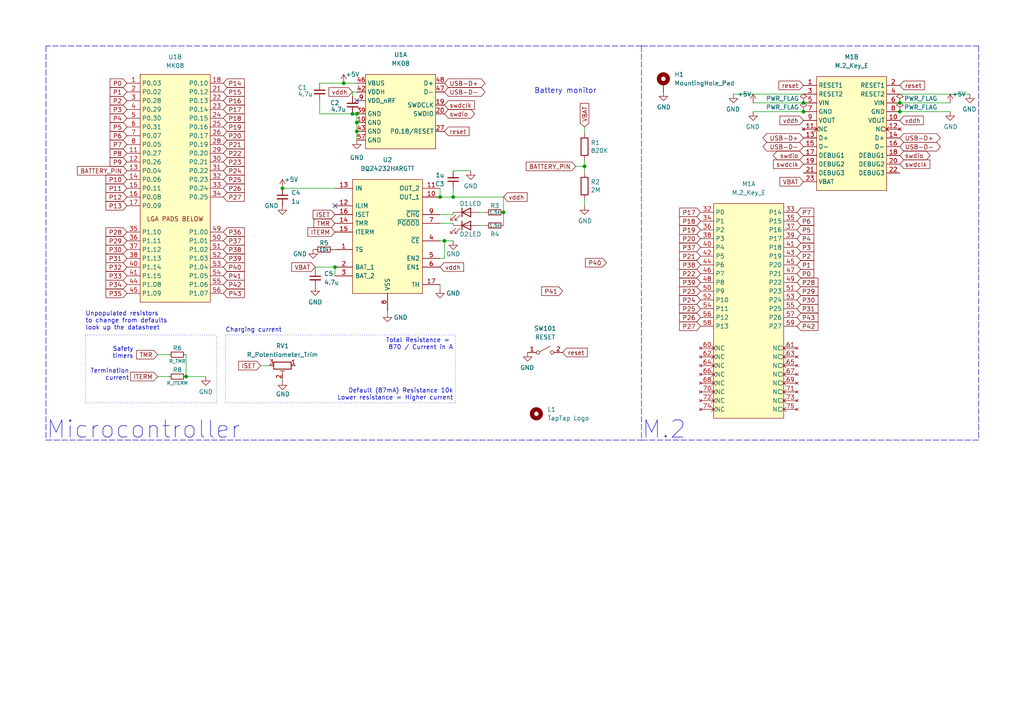
<source format=kicad_sch>
(kicad_sch (version 20211123) (generator eeschema)
  (paper "A4")
  (title_block (title "nRF Module") (date "2022-03-26") (rev "1") (company "TapTap"))
  (lib_symbols
    (symbol "Device:C_Small" (pin_numbers hide) (pin_names (offset 0.254) hide)
      (property "Reference" "C" (at 0.254 1.778 0))
      (property "Value" "C_Small" (at 0.254 -2.032 0))
      (symbol "C_Small_0_1"
        (polyline (pts (xy -1.524 -0.508) (xy 1.524 -0.508)) (stroke (width 0.3302)))
        (polyline (pts (xy -1.524 0.508) (xy 1.524 0.508)) (stroke (width 0.3048)))
      )
      (symbol "C_Small_1_1"
        (pin passive line (at 0 2.54 270) (length 2.032) (name "~") (number "1"))
        (pin passive line (at 0 -2.54 90) (length 2.032) (name "~") (number "2"))
      )
    )
    (symbol "Device:LED" (pin_numbers hide) (pin_names (offset 1.016) hide)
      (property "Reference" "D" (at 0 2.54 0))
      (property "Value" "LED" (at 0 -2.54 0))
      (symbol "LED_0_1"
        (polyline (pts (xy -1.27 -1.27) (xy -1.27 1.27)) (stroke (width 0.254)))
        (polyline (pts (xy -1.27 0) (xy 1.27 0)))
        (polyline (pts (xy 1.27 -1.27) (xy 1.27 1.27) (xy -1.27 0) (xy 1.27 -1.27)) (stroke (width 0.254)))
        (polyline (pts (xy -3.048 -0.762) (xy -4.572 -2.286) (xy -3.81 -2.286) (xy -4.572 -2.286) (xy -4.572 -1.524)))
        (polyline (pts (xy -1.778 -0.762) (xy -3.302 -2.286) (xy -2.54 -2.286) (xy -3.302 -2.286) (xy -3.302 -1.524)))
      )
      (symbol "LED_1_1"
        (pin passive line (at -3.81 0 0) (length 2.54) (name "K") (number "1"))
        (pin passive line (at 3.81 0 180) (length 2.54) (name "A") (number "2"))
      )
    )
    (symbol "Device:R" (pin_numbers hide) (pin_names (offset 0))
      (property "Reference" "R" (at 2.032 0 90))
      (property "Value" "R" (at 0 0 90))
      (symbol "R_0_1"
        (rectangle (start -1.016 -2.54) (end 1.016 2.54) (stroke (width 0.254)))
      )
      (symbol "R_1_1"
        (pin passive line (at 0 3.81 270) (length 1.27) (name "~") (number "1"))
        (pin passive line (at 0 -3.81 90) (length 1.27) (name "~") (number "2"))
      )
    )
    (symbol "Device:R_Potentiometer_Trim" (pin_names (offset 1.016) hide)
      (property "Reference" "RV" (at -4.445 0 90))
      (property "Value" "R_Potentiometer_Trim" (at -2.54 0 90))
      (symbol "R_Potentiometer_Trim_0_1"
        (polyline (pts (xy 1.524 0.762) (xy 1.524 -0.762)))
        (polyline (pts (xy 2.54 0) (xy 1.524 0)))
        (rectangle (start 1.016 2.54) (end -1.016 -2.54) (stroke (width 0.254)))
      )
      (symbol "R_Potentiometer_Trim_1_1"
        (pin passive line (at 0 3.81 270) (length 1.27) (name "1") (number "1"))
        (pin passive line (at 3.81 0 180) (length 1.27) (name "2") (number "2"))
        (pin passive line (at 0 -3.81 90) (length 1.27) (name "3") (number "3"))
      )
    )
    (symbol "Device:R_Small" (pin_numbers hide) (pin_names (offset 0.254) hide)
      (property "Reference" "R" (at 0.762 0.508 0))
      (property "Value" "R_Small" (at 0.762 -1.016 0))
      (symbol "R_Small_0_1"
        (rectangle (start -0.762 1.778) (end 0.762 -1.778) (stroke (width 0.2032)))
      )
      (symbol "R_Small_1_1"
        (pin passive line (at 0 2.54 270) (length 0.762) (name "~") (number "1"))
        (pin passive line (at 0 -2.54 90) (length 0.762) (name "~") (number "2"))
      )
    )
    (symbol "M.2_Key_E_1"
      (property "Reference" "M?" (at 0 5.08 0))
      (property "Value" "M.2_Key_E_1" (at 0 2.54 0))
      (symbol "M.2_Key_E_1_1_1"
        (rectangle (start -10.16 0) (end 10.16 -62.23) (stroke (width 0.1524)) (fill (type background)))
        (pin bidirectional line (at -13.97 -2.54 0) (length 3.81) (name "P0") (number "32"))
        (pin bidirectional line (at 13.97 -2.54 180) (length 3.81) (name "P14") (number "33"))
        (pin bidirectional line (at -13.97 -5.08 0) (length 3.81) (name "P1") (number "34"))
        (pin bidirectional line (at 13.97 -5.08 180) (length 3.81) (name "P15") (number "35"))
        (pin bidirectional line (at -13.97 -7.62 0) (length 3.81) (name "P2") (number "36"))
        (pin bidirectional line (at 13.97 -7.62 180) (length 3.81) (name "P16") (number "37"))
        (pin bidirectional line (at -13.97 -10.16 0) (length 3.81) (name "P3") (number "38"))
        (pin bidirectional line (at 13.97 -10.16 180) (length 3.81) (name "P17") (number "39"))
        (pin bidirectional line (at -13.97 -12.7 0) (length 3.81) (name "P4") (number "40"))
        (pin bidirectional line (at 13.97 -12.7 180) (length 3.81) (name "P18") (number "41"))
        (pin bidirectional line (at -13.97 -15.24 0) (length 3.81) (name "P5") (number "42"))
        (pin bidirectional line (at 13.97 -15.24 180) (length 3.81) (name "P19") (number "43"))
        (pin bidirectional line (at -13.97 -17.78 0) (length 3.81) (name "P6") (number "44"))
        (pin bidirectional line (at 13.97 -17.78 180) (length 3.81) (name "P20") (number "45"))
        (pin bidirectional line (at -13.97 -20.32 0) (length 3.81) (name "P7") (number "46"))
        (pin bidirectional line (at 13.97 -20.32 180) (length 3.81) (name "P21") (number "47"))
        (pin bidirectional line (at -13.97 -22.86 0) (length 3.81) (name "P8") (number "48"))
        (pin bidirectional line (at 13.97 -22.86 180) (length 3.81) (name "P22") (number "49"))
        (pin bidirectional line (at -13.97 -25.4 0) (length 3.81) (name "P9") (number "50"))
        (pin bidirectional line (at 13.97 -25.4 180) (length 3.81) (name "P23") (number "51"))
        (pin bidirectional line (at -13.97 -27.94 0) (length 3.81) (name "P10") (number "52"))
        (pin bidirectional line (at 13.97 -27.94 180) (length 3.81) (name "P24") (number "53"))
        (pin bidirectional line (at -13.97 -30.48 0) (length 3.81) (name "P11") (number "54"))
        (pin bidirectional line (at 13.97 -30.48 180) (length 3.81) (name "P25") (number "55"))
        (pin bidirectional line (at -13.97 -33.02 0) (length 3.81) (name "P12") (number "56"))
        (pin bidirectional line (at 13.97 -33.02 180) (length 3.81) (name "P26") (number "57"))
        (pin bidirectional line (at -13.97 -35.56 0) (length 3.81) (name "P13") (number "58"))
        (pin bidirectional line (at 13.97 -35.56 180) (length 3.81) (name "P27") (number "59"))
        (pin no_connect non_logic (at -13.97 -41.91 0) (length 3.81) (name "NC") (number "60"))
        (pin no_connect non_logic (at 13.97 -41.91 180) (length 3.81) (name "NC") (number "61"))
        (pin no_connect non_logic (at -13.97 -44.45 0) (length 3.81) (name "NC") (number "62"))
        (pin no_connect non_logic (at 13.97 -44.45 180) (length 3.81) (name "NC") (number "63"))
        (pin no_connect non_logic (at -13.97 -46.99 0) (length 3.81) (name "NC") (number "64"))
        (pin no_connect non_logic (at 13.97 -46.99 180) (length 3.81) (name "NC") (number "65"))
        (pin no_connect non_logic (at -13.97 -49.53 0) (length 3.81) (name "NC") (number "66"))
        (pin no_connect non_logic (at 13.97 -49.53 180) (length 3.81) (name "NC") (number "67"))
        (pin no_connect non_logic (at -13.97 -52.07 0) (length 3.81) (name "NC") (number "68"))
        (pin no_connect non_logic (at 13.97 -52.07 180) (length 3.81) (name "NC") (number "69"))
        (pin no_connect non_logic (at -13.97 -54.61 0) (length 3.81) (name "NC") (number "70"))
        (pin no_connect non_logic (at 13.97 -54.61 180) (length 3.81) (name "NC") (number "71"))
        (pin no_connect non_logic (at -13.97 -57.15 0) (length 3.81) (name "NC") (number "72"))
        (pin no_connect non_logic (at 13.97 -57.15 180) (length 3.81) (name "NC") (number "73"))
        (pin no_connect non_logic (at -13.97 -59.69 0) (length 3.81) (name "NC") (number "74"))
        (pin no_connect non_logic (at 13.97 -59.69 180) (length 3.81) (name "NC") (number "75"))
      )
      (symbol "M.2_Key_E_1_2_1"
        (rectangle (start -10.16 0) (end 10.16 -33.02) (stroke (width 0.1524)) (fill (type background)))
        (pin input line (at -13.97 -2.54 0) (length 3.81) (name "RESET1") (number "1"))
        (pin power_out line (at 13.97 -12.7 180) (length 3.81) (name "VOUT") (number "10"))
        (pin no_connect non_logic (at -13.97 -15.24 0) (length 3.81) (name "NC") (number "11"))
        (pin no_connect non_logic (at 13.97 -15.24 180) (length 3.81) (name "NC") (number "12"))
        (pin bidirectional line (at -13.97 -17.78 0) (length 3.81) (name "D+") (number "13"))
        (pin bidirectional line (at 13.97 -17.78 180) (length 3.81) (name "D+") (number "14"))
        (pin bidirectional line (at -13.97 -20.32 0) (length 3.81) (name "D-") (number "15"))
        (pin bidirectional line (at 13.97 -20.32 180) (length 3.81) (name "D-") (number "16"))
        (pin bidirectional line (at -13.97 -22.86 0) (length 3.81) (name "DEBUG1") (number "17"))
        (pin bidirectional line (at 13.97 -22.86 180) (length 3.81) (name "DEBUG1") (number "18"))
        (pin bidirectional line (at -13.97 -25.4 0) (length 3.81) (name "DEBUG2") (number "19"))
        (pin input line (at 13.97 -2.54 180) (length 3.81) (name "RESET1") (number "2"))
        (pin bidirectional line (at 13.97 -25.4 180) (length 3.81) (name "DEBUG2") (number "20"))
        (pin bidirectional line (at -13.97 -27.94 0) (length 3.81) (name "DEBUG3") (number "21"))
        (pin bidirectional line (at 13.97 -27.94 180) (length 3.81) (name "DEBUG3") (number "22"))
        (pin power_in line (at -13.97 -30.48 0) (length 3.81) (name "VBAT") (number "23"))
        (pin output line (at -13.97 -5.08 0) (length 3.81) (name "RESET2") (number "3"))
        (pin output line (at 13.97 -5.08 180) (length 3.81) (name "RESET2") (number "4"))
        (pin power_in line (at -13.97 -7.62 0) (length 3.81) (name "VIN") (number "5"))
        (pin power_in line (at 13.97 -7.62 180) (length 3.81) (name "VIN") (number "6"))
        (pin power_in line (at -13.97 -10.16 0) (length 3.81) (name "GND") (number "7"))
        (pin power_in line (at 13.97 -10.16 180) (length 3.81) (name "GND") (number "8"))
        (pin power_out line (at -13.97 -12.7 0) (length 3.81) (name "VOUT") (number "9"))
      )
    )
    (symbol "Mechanical:MountingHole" (pin_names (offset 1.016))
      (property "Reference" "H" (at 0 5.08 0))
      (property "Value" "MountingHole" (at 0 3.175 0))
      (symbol "MountingHole_0_1"
        (circle (center 0 0) (radius 1.27) (stroke (width 1.27)))
      )
    )
    (symbol "Mechanical:MountingHole_Pad" (pin_numbers hide) (pin_names (offset 1.016) hide)
      (property "Reference" "H" (at 0 6.35 0))
      (property "Value" "MountingHole_Pad" (at 0 4.445 0))
      (symbol "MountingHole_Pad_0_1"
        (circle (center 0 1.27) (radius 1.27) (stroke (width 1.27)))
      )
      (symbol "MountingHole_Pad_1_1"
        (pin input line (at 0 -2.54 90) (length 2.54) (name "1") (number "1"))
      )
    )
    (symbol "Power:GND" (power) (pin_names (offset 0))
      (property "Value" "GND" (at 0 -3.81 0))
      (symbol "GND_0_1"
        (polyline (pts (xy 0 0) (xy 0 -1.27) (xy 1.27 -1.27) (xy 0 -2.54) (xy -1.27 -1.27) (xy 0 -1.27)))
      )
      (symbol "GND_1_1"
        (pin power_in line (at 0 0 270) (length 0) hide (name "GND") (number "1"))
      )
    )
    (symbol "Switch:SW_SPST" (pin_names (offset 0) hide)
      (property "Reference" "SW" (at 0 3.175 0))
      (property "Value" "SW_SPST" (at 0 -2.54 0))
      (symbol "SW_SPST_0_0"
        (circle (center -2.032 0) (radius 0.508))
        (polyline (pts (xy -1.524 0.254) (xy 1.524 1.778)))
        (circle (center 2.032 0) (radius 0.508))
      )
      (symbol "SW_SPST_1_1"
        (pin passive line (at -5.08 0 0) (length 2.54) (name "A") (number "1"))
        (pin passive line (at 5.08 0 180) (length 2.54) (name "B") (number "2"))
      )
    )
    (symbol "TI:BQ24232HARGTT" (pin_names (offset 0.762))
      (property "Reference" "U?" (at 11.43 16.51 0))
      (property "Value" "BQ24232HARGTT" (at 11.43 13.97 0))
      (symbol "BQ24232HARGTT_0_0"
        (pin passive line (at -15.24 -8.89 0) (length 5.08) (name "TS") (number "1"))
        (pin passive line (at 15.24 6.35 180) (length 5.08) (name "OUT_1") (number "10"))
        (pin passive line (at 15.24 8.89 180) (length 5.08) (name "OUT_2") (number "11"))
        (pin passive line (at -15.24 3.81 0) (length 5.08) (name "ILIM") (number "12"))
        (pin passive line (at -15.24 8.89 0) (length 5.08) (name "IN") (number "13"))
        (pin passive line (at -15.24 -1.27 0) (length 5.08) (name "TMR") (number "14"))
        (pin passive line (at -15.24 -3.81 0) (length 5.08) (name "ITERM") (number "15"))
        (pin passive line (at -15.24 1.27 0) (length 5.08) (name "ISET") (number "16"))
        (pin passive line (at 15.24 -19.05 180) (length 5.08) (name "TH") (number "17"))
        (pin passive line (at -15.24 -13.97 0) (length 5.08) (name "BAT_1") (number "2"))
        (pin passive line (at -15.24 -16.51 0) (length 5.08) (name "BAT_2") (number "3"))
        (pin passive line (at 15.24 -6.35 180) (length 5.08) (name "~{CE}") (number "4"))
        (pin passive line (at 15.24 -11.43 180) (length 5.08) (name "EN2") (number "5"))
        (pin passive line (at 15.24 -13.97 180) (length 5.08) (name "EN1") (number "6"))
        (pin passive line (at 15.24 -1.27 180) (length 5.08) (name "~{PGOOD}") (number "7"))
        (pin passive line (at 0 -26.67 90) (length 5.08) (name "VSS") (number "8"))
        (pin passive line (at 15.24 1.27 180) (length 5.08) (name "~{CHG}") (number "9"))
      )
      (symbol "BQ24232HARGTT_0_1"
        (rectangle (start -10.16 11.43) (end 10.16 -21.59) (stroke (width 0.1524)) (fill (type background)))
      )
    )
    (symbol "m2ngff:M.2_Key_E"
      (property "Reference" "M?" (at 0 5.08 0))
      (property "Value" "M.2_Key_E" (at 0 2.54 0))
      (symbol "M.2_Key_E_1_1"
        (rectangle (start -10.16 0) (end 10.16 -62.23) (stroke (width 0.1524)) (fill (type background)))
        (pin bidirectional line (at -13.97 -2.54 0) (length 3.81) (name "P0") (number "32"))
        (pin bidirectional line (at 13.97 -2.54 180) (length 3.81) (name "P14") (number "33"))
        (pin bidirectional line (at -13.97 -5.08 0) (length 3.81) (name "P1") (number "34"))
        (pin bidirectional line (at 13.97 -5.08 180) (length 3.81) (name "P15") (number "35"))
        (pin bidirectional line (at -13.97 -7.62 0) (length 3.81) (name "P2") (number "36"))
        (pin bidirectional line (at 13.97 -7.62 180) (length 3.81) (name "P16") (number "37"))
        (pin bidirectional line (at -13.97 -10.16 0) (length 3.81) (name "P3") (number "38"))
        (pin bidirectional line (at 13.97 -10.16 180) (length 3.81) (name "P17") (number "39"))
        (pin bidirectional line (at -13.97 -12.7 0) (length 3.81) (name "P4") (number "40"))
        (pin bidirectional line (at 13.97 -12.7 180) (length 3.81) (name "P18") (number "41"))
        (pin bidirectional line (at -13.97 -15.24 0) (length 3.81) (name "P5") (number "42"))
        (pin bidirectional line (at 13.97 -15.24 180) (length 3.81) (name "P19") (number "43"))
        (pin bidirectional line (at -13.97 -17.78 0) (length 3.81) (name "P6") (number "44"))
        (pin bidirectional line (at 13.97 -17.78 180) (length 3.81) (name "P20") (number "45"))
        (pin bidirectional line (at -13.97 -20.32 0) (length 3.81) (name "P7") (number "46"))
        (pin bidirectional line (at 13.97 -20.32 180) (length 3.81) (name "P21") (number "47"))
        (pin bidirectional line (at -13.97 -22.86 0) (length 3.81) (name "P8") (number "48"))
        (pin bidirectional line (at 13.97 -22.86 180) (length 3.81) (name "P22") (number "49"))
        (pin bidirectional line (at -13.97 -25.4 0) (length 3.81) (name "P9") (number "50"))
        (pin bidirectional line (at 13.97 -25.4 180) (length 3.81) (name "P23") (number "51"))
        (pin bidirectional line (at -13.97 -27.94 0) (length 3.81) (name "P10") (number "52"))
        (pin bidirectional line (at 13.97 -27.94 180) (length 3.81) (name "P24") (number "53"))
        (pin bidirectional line (at -13.97 -30.48 0) (length 3.81) (name "P11") (number "54"))
        (pin bidirectional line (at 13.97 -30.48 180) (length 3.81) (name "P25") (number "55"))
        (pin bidirectional line (at -13.97 -33.02 0) (length 3.81) (name "P12") (number "56"))
        (pin bidirectional line (at 13.97 -33.02 180) (length 3.81) (name "P26") (number "57"))
        (pin bidirectional line (at -13.97 -35.56 0) (length 3.81) (name "P13") (number "58"))
        (pin bidirectional line (at 13.97 -35.56 180) (length 3.81) (name "P27") (number "59"))
        (pin no_connect non_logic (at -13.97 -41.91 0) (length 3.81) (name "NC") (number "60"))
        (pin no_connect non_logic (at 13.97 -41.91 180) (length 3.81) (name "NC") (number "61"))
        (pin no_connect non_logic (at -13.97 -44.45 0) (length 3.81) (name "NC") (number "62"))
        (pin no_connect non_logic (at 13.97 -44.45 180) (length 3.81) (name "NC") (number "63"))
        (pin no_connect non_logic (at -13.97 -46.99 0) (length 3.81) (name "NC") (number "64"))
        (pin no_connect non_logic (at 13.97 -46.99 180) (length 3.81) (name "NC") (number "65"))
        (pin no_connect non_logic (at -13.97 -49.53 0) (length 3.81) (name "NC") (number "66"))
        (pin no_connect non_logic (at 13.97 -49.53 180) (length 3.81) (name "NC") (number "67"))
        (pin no_connect non_logic (at -13.97 -52.07 0) (length 3.81) (name "NC") (number "68"))
        (pin no_connect non_logic (at 13.97 -52.07 180) (length 3.81) (name "NC") (number "69"))
        (pin no_connect non_logic (at -13.97 -54.61 0) (length 3.81) (name "NC") (number "70"))
        (pin no_connect non_logic (at 13.97 -54.61 180) (length 3.81) (name "NC") (number "71"))
        (pin no_connect non_logic (at -13.97 -57.15 0) (length 3.81) (name "NC") (number "72"))
        (pin no_connect non_logic (at 13.97 -57.15 180) (length 3.81) (name "NC") (number "73"))
        (pin no_connect non_logic (at -13.97 -59.69 0) (length 3.81) (name "NC") (number "74"))
        (pin no_connect non_logic (at 13.97 -59.69 180) (length 3.81) (name "NC") (number "75"))
      )
      (symbol "M.2_Key_E_2_1"
        (rectangle (start -10.16 0) (end 10.16 -33.02) (stroke (width 0.1524)) (fill (type background)))
        (pin input line (at -13.97 -2.54 0) (length 3.81) (name "RESET1") (number "1"))
        (pin power_out line (at 13.97 -12.7 180) (length 3.81) (name "VOUT") (number "10"))
        (pin no_connect non_logic (at -13.97 -15.24 0) (length 3.81) (name "NC") (number "11"))
        (pin no_connect non_logic (at 13.97 -15.24 180) (length 3.81) (name "NC") (number "12"))
        (pin bidirectional line (at -13.97 -17.78 0) (length 3.81) (name "D+") (number "13"))
        (pin bidirectional line (at 13.97 -17.78 180) (length 3.81) (name "D+") (number "14"))
        (pin bidirectional line (at -13.97 -20.32 0) (length 3.81) (name "D-") (number "15"))
        (pin bidirectional line (at 13.97 -20.32 180) (length 3.81) (name "D-") (number "16"))
        (pin bidirectional line (at -13.97 -22.86 0) (length 3.81) (name "DEBUG1") (number "17"))
        (pin bidirectional line (at 13.97 -22.86 180) (length 3.81) (name "DEBUG1") (number "18"))
        (pin bidirectional line (at -13.97 -25.4 0) (length 3.81) (name "DEBUG2") (number "19"))
        (pin input line (at 13.97 -2.54 180) (length 3.81) (name "RESET1") (number "2"))
        (pin bidirectional line (at 13.97 -25.4 180) (length 3.81) (name "DEBUG2") (number "20"))
        (pin bidirectional line (at -13.97 -27.94 0) (length 3.81) (name "DEBUG3") (number "21"))
        (pin bidirectional line (at 13.97 -27.94 180) (length 3.81) (name "DEBUG3") (number "22"))
        (pin input line (at -13.97 -30.48 0) (length 3.81) (name "VBAT") (number "23"))
        (pin output line (at -13.97 -5.08 0) (length 3.81) (name "RESET2") (number "3"))
        (pin output line (at 13.97 -5.08 180) (length 3.81) (name "RESET2") (number "4"))
        (pin power_in line (at -13.97 -7.62 0) (length 3.81) (name "VIN") (number "5"))
        (pin power_in line (at 13.97 -7.62 180) (length 3.81) (name "VIN") (number "6"))
        (pin power_in line (at -13.97 -10.16 0) (length 3.81) (name "GND") (number "7"))
        (pin power_in line (at 13.97 -10.16 180) (length 3.81) (name "GND") (number "8"))
        (pin power_out line (at -13.97 -12.7 0) (length 3.81) (name "VOUT") (number "9"))
      )
    )
    (symbol "moko:MK08"
      (property "Reference" "U" (at 0 3.81 0))
      (property "Value" "MK08" (at 0 1.27 0))
      (symbol "MK08_1_1"
        (rectangle (start -10.16 0) (end 10.16 -21.59) (stroke (width 0.1524)) (fill (type background)))
        (pin power_in line (at -12.7 -13.97 0) (length 2.54) (name "GND") (number "10"))
        (pin output line (at 12.7 -8.89 180) (length 2.54) (name "SWDCLK") (number "19"))
        (pin bidirectional line (at 12.7 -11.43 180) (length 2.54) (name "SWDIO") (number "20"))
        (pin input line (at 12.7 -16.51 180) (length 2.54) (name "P0.18/RESET") (number "27"))
        (pin power_in line (at -12.7 -11.43 0) (length 2.54) (name "GND") (number "39"))
        (pin power_in line (at -12.7 -5.08 0) (length 2.54) (name "VDDH") (number "42"))
        (pin power_in line (at -12.7 -16.51 0) (length 2.54) (name "GND") (number "43"))
        (pin power_in line (at -12.7 -2.54 0) (length 2.54) (name "VBUS") (number "46"))
        (pin bidirectional line (at 12.7 -5.08 180) (length 2.54) (name "D-") (number "47"))
        (pin bidirectional line (at 12.7 -2.54 180) (length 2.54) (name "D+") (number "48"))
        (pin power_in line (at -12.7 -19.05 0) (length 2.54) (name "GND") (number "57"))
        (pin power_out line (at -12.7 -7.62 0) (length 2.54) (name "VDD_nRF") (number "9"))
      )
      (symbol "MK08_2_1"
        (rectangle (start -10.16 0) (end 10.16 -66.04) (stroke (width 0.1524)) (fill (type background)))
        (text "LGA PADS BELOW" (at 0 -41.91 0) (effects (font (size 1.27 1.27))))
        (pin bidirectional line (at -13.97 -2.54 0) (length 3.81) (name "P0.03") (number "1"))
        (pin bidirectional line (at -13.97 -22.86 0) (length 3.81) (name "P0.27") (number "11"))
        (pin bidirectional line (at -13.97 -25.4 0) (length 3.81) (name "P0.26") (number "12"))
        (pin bidirectional line (at -13.97 -27.94 0) (length 3.81) (name "P0.04") (number "13"))
        (pin bidirectional line (at -13.97 -30.48 0) (length 3.81) (name "P0.06") (number "14"))
        (pin bidirectional line (at -13.97 -33.02 0) (length 3.81) (name "P0.11") (number "15"))
        (pin bidirectional line (at -13.97 -35.56 0) (length 3.81) (name "P0.08") (number "16"))
        (pin bidirectional line (at -13.97 -38.1 0) (length 3.81) (name "P0.09") (number "17"))
        (pin bidirectional line (at 13.97 -2.54 180) (length 3.81) (name "P0.10") (number "18"))
        (pin bidirectional line (at -13.97 -5.08 0) (length 3.81) (name "P0.02") (number "2"))
        (pin bidirectional line (at 13.97 -5.08 180) (length 3.81) (name "P0.12") (number "21"))
        (pin bidirectional line (at 13.97 -7.62 180) (length 3.81) (name "P0.13") (number "22"))
        (pin bidirectional line (at 13.97 -10.16 180) (length 3.81) (name "P0.14") (number "23"))
        (pin bidirectional line (at 13.97 -12.7 180) (length 3.81) (name "P0.15") (number "24"))
        (pin bidirectional line (at 13.97 -15.24 180) (length 3.81) (name "P0.16") (number "25"))
        (pin bidirectional line (at 13.97 -17.78 180) (length 3.81) (name "P0.17") (number "26"))
        (pin bidirectional line (at 13.97 -20.32 180) (length 3.81) (name "P0.19") (number "28"))
        (pin bidirectional line (at 13.97 -22.86 180) (length 3.81) (name "P0.20") (number "29"))
        (pin bidirectional line (at -13.97 -7.62 0) (length 3.81) (name "P0.28") (number "3"))
        (pin bidirectional line (at 13.97 -25.4 180) (length 3.81) (name "P0.21") (number "30"))
        (pin bidirectional line (at 13.97 -27.94 180) (length 3.81) (name "P0.22") (number "31"))
        (pin bidirectional line (at 13.97 -30.48 180) (length 3.81) (name "P0.23") (number "32"))
        (pin bidirectional line (at 13.97 -33.02 180) (length 3.81) (name "P0.24") (number "33"))
        (pin bidirectional line (at 13.97 -35.56 180) (length 3.81) (name "P0.25") (number "34"))
        (pin bidirectional line (at -13.97 -45.72 0) (length 3.81) (name "P1.10") (number "35"))
        (pin bidirectional line (at -13.97 -48.26 0) (length 3.81) (name "P1.11") (number "36"))
        (pin bidirectional line (at -13.97 -50.8 0) (length 3.81) (name "P1.12") (number "37"))
        (pin bidirectional line (at -13.97 -53.34 0) (length 3.81) (name "P1.13") (number "38"))
        (pin bidirectional line (at -13.97 -10.16 0) (length 3.81) (name "P0.29") (number "4"))
        (pin bidirectional line (at -13.97 -55.88 0) (length 3.81) (name "P1.14") (number "40"))
        (pin bidirectional line (at -13.97 -58.42 0) (length 3.81) (name "P1.15") (number "41"))
        (pin bidirectional line (at -13.97 -60.96 0) (length 3.81) (name "P1.08") (number "44"))
        (pin bidirectional line (at -13.97 -63.5 0) (length 3.81) (name "P1.09") (number "45"))
        (pin bidirectional line (at 13.97 -45.72 180) (length 3.81) (name "P1.00") (number "49"))
        (pin bidirectional line (at -13.97 -12.7 0) (length 3.81) (name "P0.30") (number "5"))
        (pin bidirectional line (at 13.97 -48.26 180) (length 3.81) (name "P1.01") (number "50"))
        (pin bidirectional line (at 13.97 -50.8 180) (length 3.81) (name "P1.02") (number "51"))
        (pin bidirectional line (at 13.97 -53.34 180) (length 3.81) (name "P1.03") (number "52"))
        (pin bidirectional line (at 13.97 -55.88 180) (length 3.81) (name "P1.04") (number "53"))
        (pin bidirectional line (at 13.97 -58.42 180) (length 3.81) (name "P1.05") (number "54"))
        (pin bidirectional line (at 13.97 -60.96 180) (length 3.81) (name "P1.06") (number "55"))
        (pin bidirectional line (at 13.97 -63.5 180) (length 3.81) (name "P1.07") (number "56"))
        (pin bidirectional line (at -13.97 -15.24 0) (length 3.81) (name "P0.31") (number "6"))
        (pin bidirectional line (at -13.97 -17.78 0) (length 3.81) (name "P0.07") (number "7"))
        (pin bidirectional line (at -13.97 -20.32 0) (length 3.81) (name "P0.05") (number "8"))
      )
    )
    (symbol "nrfmicro-rescue:GND" (power) (pin_names (offset 0))
      (property "Value" "GND" (at 0 -3.81 0))
      (symbol "GND_0_1"
        (polyline (pts (xy 0 0) (xy 0 -1.27) (xy 1.27 -1.27) (xy 0 -2.54) (xy -1.27 -1.27) (xy 0 -1.27)))
      )
      (symbol "GND_1_1"
        (pin power_in line (at 0 0 270) (length 0) hide (name "GND") (number "1"))
      )
    )
    (symbol "power:+5V" (power) (pin_names (offset 0))
      (property "Value" "+5V" (at 0 3.556 0))
      (symbol "+5V_0_1"
        (polyline (pts (xy -0.762 1.27) (xy 0 2.54)))
        (polyline (pts (xy 0 0) (xy 0 2.54)))
        (polyline (pts (xy 0 2.54) (xy 0.762 1.27)))
      )
      (symbol "+5V_1_1"
        (pin power_in line (at 0 0 90) (length 0) hide (name "+5V") (number "1"))
      )
    )
    (symbol "power:GND" (power) (pin_names (offset 0))
      (property "Value" "GND" (at 0 -3.81 0))
      (symbol "GND_0_1"
        (polyline (pts (xy 0 0) (xy 0 -1.27) (xy 1.27 -1.27) (xy 0 -2.54) (xy -1.27 -1.27) (xy 0 -1.27)))
      )
      (symbol "GND_1_1"
        (pin power_in line (at 0 0 270) (length 0) hide (name "GND") (number "1"))
      )
    )
    (symbol "power:PWR_FLAG" (power) (pin_numbers hide) (pin_names (offset 0) hide)
      (property "Value" "PWR_FLAG" (at 0 3.81 0))
      (symbol "PWR_FLAG_0_0"
        (pin power_out line (at 0 0 90) (length 0) (name "pwr") (number "1"))
      )
      (symbol "PWR_FLAG_0_1"
        (polyline (pts (xy 0 0) (xy 0 1.27) (xy -1.016 1.905) (xy 0 2.54) (xy 1.016 1.905) (xy 0 1.27)))
      )
    )
  )
  (junction (at 260.985 32.385))
  (junction (at 146.05 61.595))
  (junction (at 103.505 38.1))
  (junction (at 103.505 33.02))
  (junction (at 102.235 33.02))
  (junction (at 53.975 109.22))
  (junction (at 233.045 29.845))
  (junction (at 103.505 35.56))
  (junction (at 81.915 54.61))
  (junction (at 128.905 69.85))
  (junction (at 233.045 32.385))
  (junction (at 260.985 29.845))
  (junction (at 169.545 48.26))
  (junction (at 131.445 57.15))
  (junction (at 97.155 77.47))
  (junction (at 127.635 57.15))
  (junction (at 99.695 24.13))
  (no_connect (at 103.505 29.21))
  (no_connect (at 97.155 59.69))
  (wire (pts (xy 53.975 102.87) (xy 53.975 109.22)))
  (wire (pts (xy 128.905 69.85) (xy 131.445 69.85)))
  (wire (pts (xy 127.635 64.77) (xy 131.445 64.77)))
  (wire (pts (xy 53.975 109.22) (xy 59.69 109.22)))
  (wire (pts (xy 92.71 33.02) (xy 102.235 33.02)))
  (polyline (pts (xy 186.055 127.635) (xy 283.845 127.635)))
  (wire (pts (xy 169.545 46.355) (xy 169.545 48.26)))
  (wire (pts (xy 90.805 72.39) (xy 91.44 72.39)))
  (wire (pts (xy 218.44 32.385) (xy 233.045 32.385)))
  (wire (pts (xy 103.505 38.1) (xy 103.505 40.64)))
  (polyline (pts (xy 65.405 97.155) (xy 132.08 97.155)) (stroke (width 0) (type dot)))
  (wire (pts (xy 97.155 77.47) (xy 91.44 77.47)))
  (polyline (pts (xy 186.055 13.335) (xy 186.055 127.635)))
  (wire (pts (xy 102.235 26.67) (xy 102.235 27.94)))
  (wire (pts (xy 81.915 109.855) (xy 81.915 110.49)))
  (wire (pts (xy 131.445 57.15) (xy 131.445 54.61)))
  (wire (pts (xy 97.155 77.47) (xy 97.155 80.01)))
  (wire (pts (xy 112.395 90.17) (xy 112.395 90.805)))
  (wire (pts (xy 96.52 72.39) (xy 97.155 72.39)))
  (wire (pts (xy 75.565 106.045) (xy 78.105 106.045)))
  (wire (pts (xy 146.05 61.595) (xy 146.05 65.405)))
  (polyline (pts (xy 283.845 13.335) (xy 186.055 13.335)))
  (polyline (pts (xy 24.765 97.155) (xy 24.765 116.84)) (stroke (width 0) (type dot)))
  (wire (pts (xy 102.235 33.02) (xy 103.505 33.02)))
  (polyline (pts (xy 283.845 13.335) (xy 283.845 127.635)))
  (polyline (pts (xy 62.865 116.84) (xy 62.865 97.155)) (stroke (width 0) (type dot)))
  (wire (pts (xy 169.545 36.83) (xy 169.545 38.735)))
  (polyline (pts (xy 186.055 13.335) (xy 13.335 13.335)))
  (wire (pts (xy 127.635 62.23) (xy 131.445 62.23)))
  (wire (pts (xy 275.59 32.385) (xy 260.985 32.385)))
  (wire (pts (xy 92.71 24.13) (xy 99.695 24.13)))
  (wire (pts (xy 103.505 35.56) (xy 103.505 38.1)))
  (wire (pts (xy 127.635 82.55) (xy 127.635 83.82)))
  (wire (pts (xy 127.635 74.93) (xy 128.905 74.93)))
  (wire (pts (xy 45.72 102.87) (xy 48.895 102.87)))
  (polyline (pts (xy 65.405 116.84) (xy 132.08 116.84)) (stroke (width 0) (type dot)))
  (wire (pts (xy 139.065 61.595) (xy 140.97 61.595)))
  (wire (pts (xy 212.725 27.305) (xy 233.045 27.305)))
  (wire (pts (xy 275.59 29.845) (xy 260.985 29.845)))
  (wire (pts (xy 139.065 65.405) (xy 140.97 65.405)))
  (polyline (pts (xy 13.335 13.335) (xy 13.335 127.635)))
  (wire (pts (xy 169.545 57.785) (xy 169.545 59.69)))
  (wire (pts (xy 169.545 48.26) (xy 169.545 50.165)))
  (wire (pts (xy 167.005 48.26) (xy 169.545 48.26)))
  (wire (pts (xy 260.985 27.305) (xy 281.305 27.305)))
  (wire (pts (xy 131.445 57.15) (xy 146.05 57.15)))
  (wire (pts (xy 92.71 33.02) (xy 92.71 29.21)))
  (wire (pts (xy 146.05 57.15) (xy 146.05 61.595)))
  (polyline (pts (xy 24.765 97.155) (xy 62.865 97.155)) (stroke (width 0) (type dot)))
  (wire (pts (xy 81.915 54.61) (xy 97.155 54.61)))
  (wire (pts (xy 131.445 64.77) (xy 131.445 65.405)))
  (wire (pts (xy 131.445 62.23) (xy 131.445 61.595)))
  (wire (pts (xy 99.695 24.13) (xy 103.505 24.13)))
  (polyline (pts (xy 65.405 97.155) (xy 65.405 116.84)) (stroke (width 0) (type dot)))
  (wire (pts (xy 91.44 77.47) (xy 91.44 78.105)))
  (wire (pts (xy 128.905 69.85) (xy 128.905 74.93)))
  (wire (pts (xy 128.905 69.85) (xy 127.635 69.85)))
  (polyline (pts (xy 132.08 116.84) (xy 132.08 97.155)) (stroke (width 0) (type dot)))
  (wire (pts (xy 131.445 49.53) (xy 136.525 49.53)))
  (wire (pts (xy 218.44 29.845) (xy 233.045 29.845)))
  (polyline (pts (xy 13.335 127.635) (xy 186.055 127.635)))
  (wire (pts (xy 102.235 26.67) (xy 103.505 26.67)))
  (wire (pts (xy 127.635 57.15) (xy 131.445 57.15)))
  (wire (pts (xy 127.635 54.61) (xy 127.635 57.15)))
  (wire (pts (xy 103.505 33.02) (xy 103.505 35.56)))
  (polyline (pts (xy 24.765 116.84) (xy 62.865 116.84)) (stroke (width 0) (type dot)))
  (wire (pts (xy 45.72 109.22) (xy 48.895 109.22)))
  (text "Termination\ncurrent" (at 37.465 110.49 180) (effects (font (size 1.27 1.27)) (justify right bottom)))
  (text "Unpopulated resistors\nto change from defaults\nlook up the datasheet" (at 24.765 95.885 0) (effects (font (size 1.27 1.27)) (justify left bottom)))
  (text "Safety\ntimers" (at 38.735 104.14 180) (effects (font (size 1.27 1.27)) (justify right bottom)))
  (text "Total Resistance = \n870 / Current in A" (at 131.445 101.6 180) (effects (font (size 1.27 1.27)) (justify right bottom)))
  (text "Battery monitor" (at 154.94 27.305 0) (effects (font (size 1.524 1.524)) (justify left bottom)))
  (text "Charging current" (at 65.405 96.52 0) (effects (font (size 1.27 1.27)) (justify left bottom)))
  (text "Default (87mA) Resistance 10k\nLower resistance = Higher current" (at 131.445 116.205 0) (effects (font (size 1.27 1.27)) (justify right bottom)))
  (text "Microcontroller" (at 13.335 127.635 0) (effects (font (size 5 5)) (justify left bottom)))
  (text "M.2" (at 186.055 127.635 0) (effects (font (size 5 5)) (justify left bottom)))
  (global_label "P9" (shape input) (at 36.83 46.99 180) (property "Intersheet References" "${INTERSHEET_REFS}" (effects hide)))
  (global_label "P33" (shape input) (at 36.83 80.01 180) (property "Intersheet References" "${INTERSHEET_REFS}" (effects hide)))
  (global_label "P22" (shape input) (at 64.77 44.45 0) (property "Intersheet References" "${INTERSHEET_REFS}" (effects hide)))
  (global_label "P27" (shape input) (at 64.77 57.15 0) (property "Intersheet References" "${INTERSHEET_REFS}" (effects hide)))
  (global_label "P31" (shape input) (at 231.14 89.535 0) (property "Intersheet References" "${INTERSHEET_REFS}" (effects hide)))
  (global_label "swdclk" (shape input) (at 128.905 30.48 0) (property "Intersheet References" "${INTERSHEET_REFS}" (effects hide)))
  (global_label "P8" (shape input) (at 36.83 44.45 180) (property "Intersheet References" "${INTERSHEET_REFS}" (effects hide)))
  (global_label "P15" (shape input) (at 64.77 26.67 0) (property "Intersheet References" "${INTERSHEET_REFS}" (effects hide)))
  (global_label "P39" (shape input) (at 203.2 81.915 180) (property "Intersheet References" "${INTERSHEET_REFS}" (effects hide)))
  (global_label "P38" (shape input) (at 64.77 72.39 0) (property "Intersheet References" "${INTERSHEET_REFS}" (effects hide)))
  (global_label "P16" (shape input) (at 64.77 29.21 0) (property "Intersheet References" "${INTERSHEET_REFS}" (effects hide)))
  (global_label "P4" (shape input) (at 231.14 69.215 0) (property "Intersheet References" "${INTERSHEET_REFS}" (effects hide)))
  (global_label "USB-D-" (shape bidirectional) (at 260.985 42.545 0) (property "Intersheet References" "${INTERSHEET_REFS}" (effects hide)))
  (global_label "P39" (shape input) (at 64.77 74.93 0) (property "Intersheet References" "${INTERSHEET_REFS}" (effects hide)))
  (global_label "ISET" (shape input) (at 97.155 62.23 180) (property "Intersheet References" "${INTERSHEET_REFS}" (effects hide)))
  (global_label "P34" (shape input) (at 36.83 82.55 180) (property "Intersheet References" "${INTERSHEET_REFS}" (effects hide)))
  (global_label "VBAT" (shape input) (at 169.545 36.83 90) (property "Intersheet References" "${INTERSHEET_REFS}" (effects hide)))
  (global_label "P18" (shape input) (at 203.2 64.135 180) (property "Intersheet References" "${INTERSHEET_REFS}" (effects hide)))
  (global_label "P22" (shape input) (at 203.2 79.375 180) (property "Intersheet References" "${INTERSHEET_REFS}" (effects hide)))
  (global_label "P2" (shape input) (at 36.83 29.21 180) (property "Intersheet References" "${INTERSHEET_REFS}" (effects hide)))
  (global_label "BATTERY_PIN" (shape input) (at 167.005 48.26 180) (property "Intersheet References" "${INTERSHEET_REFS}" (effects hide)))
  (global_label "P11" (shape input) (at 36.83 54.61 180) (property "Intersheet References" "${INTERSHEET_REFS}" (effects hide)))
  (global_label "vddh" (shape input) (at 146.05 57.15 0) (property "Intersheet References" "${INTERSHEET_REFS}" (effects hide)))
  (global_label "P25" (shape input) (at 64.77 52.07 0) (property "Intersheet References" "${INTERSHEET_REFS}" (effects hide)))
  (global_label "P35" (shape input) (at 36.83 85.09 180) (property "Intersheet References" "${INTERSHEET_REFS}" (effects hide)))
  (global_label "BATTERY_PIN" (shape input) (at 36.83 49.53 180) (property "Intersheet References" "${INTERSHEET_REFS}" (effects hide)))
  (global_label "P4" (shape input) (at 36.83 34.29 180) (property "Intersheet References" "${INTERSHEET_REFS}" (effects hide)))
  (global_label "reset" (shape input) (at 233.045 24.765 180) (property "Intersheet References" "${INTERSHEET_REFS}" (effects hide)))
  (global_label "P30" (shape input) (at 231.14 86.995 0) (property "Intersheet References" "${INTERSHEET_REFS}" (effects hide)))
  (global_label "USB-D+" (shape bidirectional) (at 128.905 24.13 0) (property "Intersheet References" "${INTERSHEET_REFS}" (effects hide)))
  (global_label "P38" (shape input) (at 203.2 76.835 180) (property "Intersheet References" "${INTERSHEET_REFS}" (effects hide)))
  (global_label "P42" (shape input) (at 231.14 94.615 0) (property "Intersheet References" "${INTERSHEET_REFS}" (effects hide)))
  (global_label "P37" (shape input) (at 203.2 71.755 180) (property "Intersheet References" "${INTERSHEET_REFS}" (effects hide)))
  (global_label "P5" (shape input) (at 36.83 36.83 180) (property "Intersheet References" "${INTERSHEET_REFS}" (effects hide)))
  (global_label "ISET" (shape input) (at 75.565 106.045 180) (property "Intersheet References" "${INTERSHEET_REFS}" (effects hide)))
  (global_label "reset" (shape input) (at 128.905 38.1 0) (property "Intersheet References" "${INTERSHEET_REFS}" (effects hide)))
  (global_label "P40" (shape input) (at 175.895 76.2 180) (property "Intersheet References" "${INTERSHEET_REFS}" (effects hide)))
  (global_label "vddh" (shape input) (at 260.985 34.925 0) (property "Intersheet References" "${INTERSHEET_REFS}" (effects hide)))
  (global_label "P29" (shape input) (at 36.83 69.85 180) (property "Intersheet References" "${INTERSHEET_REFS}" (effects hide)))
  (global_label "vddh" (shape input) (at 127.635 77.47 0) (property "Intersheet References" "${INTERSHEET_REFS}" (effects hide)))
  (global_label "reset" (shape input) (at 260.985 24.765 0) (property "Intersheet References" "${INTERSHEET_REFS}" (effects hide)))
  (global_label "swdclk" (shape input) (at 233.045 47.625 180) (property "Intersheet References" "${INTERSHEET_REFS}" (effects hide)))
  (global_label "VBAT" (shape input) (at 233.045 52.705 180) (property "Intersheet References" "${INTERSHEET_REFS}" (effects hide)))
  (global_label "P0" (shape input) (at 36.83 24.13 180) (property "Intersheet References" "${INTERSHEET_REFS}" (effects hide)))
  (global_label "P13" (shape input) (at 36.83 59.69 180) (property "Intersheet References" "${INTERSHEET_REFS}" (effects hide)))
  (global_label "P20" (shape input) (at 64.77 39.37 0) (property "Intersheet References" "${INTERSHEET_REFS}" (effects hide)))
  (global_label "P14" (shape input) (at 64.77 24.13 0) (property "Intersheet References" "${INTERSHEET_REFS}" (effects hide)))
  (global_label "P6" (shape input) (at 36.83 39.37 180) (property "Intersheet References" "${INTERSHEET_REFS}" (effects hide)))
  (global_label "P19" (shape input) (at 203.2 66.675 180) (property "Intersheet References" "${INTERSHEET_REFS}" (effects hide)))
  (global_label "P30" (shape input) (at 36.83 72.39 180) (property "Intersheet References" "${INTERSHEET_REFS}" (effects hide)))
  (global_label "P25" (shape input) (at 203.2 89.535 180) (property "Intersheet References" "${INTERSHEET_REFS}" (effects hide)))
  (global_label "P18" (shape input) (at 64.77 34.29 0) (property "Intersheet References" "${INTERSHEET_REFS}" (effects hide)))
  (global_label "P7" (shape input) (at 231.14 61.595 0) (property "Intersheet References" "${INTERSHEET_REFS}" (effects hide)))
  (global_label "P23" (shape input) (at 64.77 46.99 0) (property "Intersheet References" "${INTERSHEET_REFS}" (effects hide)))
  (global_label "P41" (shape input) (at 64.77 80.01 0) (property "Intersheet References" "${INTERSHEET_REFS}" (effects hide)))
  (global_label "vddh" (shape input) (at 102.235 26.67 180) (property "Intersheet References" "${INTERSHEET_REFS}" (effects hide)))
  (global_label "P40" (shape input) (at 64.77 77.47 0) (property "Intersheet References" "${INTERSHEET_REFS}" (effects hide)))
  (global_label "P0" (shape input) (at 231.14 79.375 0) (property "Intersheet References" "${INTERSHEET_REFS}" (effects hide)))
  (global_label "P21" (shape input) (at 203.2 74.295 180) (property "Intersheet References" "${INTERSHEET_REFS}" (effects hide)))
  (global_label "P26" (shape input) (at 64.77 54.61 0) (property "Intersheet References" "${INTERSHEET_REFS}" (effects hide)))
  (global_label "P17" (shape input) (at 203.2 61.595 180) (property "Intersheet References" "${INTERSHEET_REFS}" (effects hide)))
  (global_label "USB-D-" (shape bidirectional) (at 128.905 26.67 0) (property "Intersheet References" "${INTERSHEET_REFS}" (effects hide)))
  (global_label "P21" (shape input) (at 64.77 41.91 0) (property "Intersheet References" "${INTERSHEET_REFS}" (effects hide)))
  (global_label "swdio" (shape bidirectional) (at 128.905 33.02 0) (property "Intersheet References" "${INTERSHEET_REFS}" (effects hide)))
  (global_label "ITERM" (shape input) (at 97.155 67.31 180) (property "Intersheet References" "${INTERSHEET_REFS}" (effects hide)))
  (global_label "P3" (shape input) (at 231.14 71.755 0) (property "Intersheet References" "${INTERSHEET_REFS}" (effects hide)))
  (global_label "P24" (shape input) (at 203.2 86.995 180) (property "Intersheet References" "${INTERSHEET_REFS}" (effects hide)))
  (global_label "USB-D-" (shape bidirectional) (at 233.045 42.545 180) (property "Intersheet References" "${INTERSHEET_REFS}" (effects hide)))
  (global_label "P10" (shape input) (at 36.83 52.07 180) (property "Intersheet References" "${INTERSHEET_REFS}" (effects hide)))
  (global_label "P31" (shape input) (at 36.83 74.93 180) (property "Intersheet References" "${INTERSHEET_REFS}" (effects hide)))
  (global_label "P17" (shape input) (at 64.77 31.75 0) (property "Intersheet References" "${INTERSHEET_REFS}" (effects hide)))
  (global_label "P23" (shape input) (at 203.2 84.455 180) (property "Intersheet References" "${INTERSHEET_REFS}" (effects hide)))
  (global_label "P42" (shape input) (at 64.77 82.55 0) (property "Intersheet References" "${INTERSHEET_REFS}" (effects hide)))
  (global_label "P5" (shape input) (at 231.14 66.675 0) (property "Intersheet References" "${INTERSHEET_REFS}" (effects hide)))
  (global_label "USB-D+" (shape bidirectional) (at 233.045 40.005 180) (property "Intersheet References" "${INTERSHEET_REFS}" (effects hide)))
  (global_label "P28" (shape input) (at 231.14 81.915 0) (property "Intersheet References" "${INTERSHEET_REFS}" (effects hide)))
  (global_label "P26" (shape input) (at 203.2 92.075 180) (property "Intersheet References" "${INTERSHEET_REFS}" (effects hide)))
  (global_label "P24" (shape input) (at 64.77 49.53 0) (property "Intersheet References" "${INTERSHEET_REFS}" (effects hide)))
  (global_label "swdio" (shape bidirectional) (at 260.985 45.085 0) (property "Intersheet References" "${INTERSHEET_REFS}" (effects hide)))
  (global_label "P43" (shape input) (at 231.14 92.075 0) (property "Intersheet References" "${INTERSHEET_REFS}" (effects hide)))
  (global_label "swdio" (shape bidirectional) (at 233.045 45.085 180) (property "Intersheet References" "${INTERSHEET_REFS}" (effects hide)))
  (global_label "P29" (shape input) (at 231.14 84.455 0) (property "Intersheet References" "${INTERSHEET_REFS}" (effects hide)))
  (global_label "TMR" (shape input) (at 97.155 64.77 180) (property "Intersheet References" "${INTERSHEET_REFS}" (effects hide)))
  (global_label "USB-D+" (shape bidirectional) (at 260.985 40.005 0) (property "Intersheet References" "${INTERSHEET_REFS}" (effects hide)))
  (global_label "P19" (shape input) (at 64.77 36.83 0) (property "Intersheet References" "${INTERSHEET_REFS}" (effects hide)))
  (global_label "ITERM" (shape input) (at 45.72 109.22 180) (property "Intersheet References" "${INTERSHEET_REFS}" (effects hide)))
  (global_label "P1" (shape input) (at 231.14 76.835 0) (property "Intersheet References" "${INTERSHEET_REFS}" (effects hide)))
  (global_label "P6" (shape input) (at 231.14 64.135 0) (property "Intersheet References" "${INTERSHEET_REFS}" (effects hide)))
  (global_label "P27" (shape input) (at 203.2 94.615 180) (property "Intersheet References" "${INTERSHEET_REFS}" (effects hide)))
  (global_label "P36" (shape input) (at 64.77 67.31 0) (property "Intersheet References" "${INTERSHEET_REFS}" (effects hide)))
  (global_label "reset" (shape input) (at 163.195 102.235 0) (property "Intersheet References" "${INTERSHEET_REFS}" (effects hide)))
  (global_label "P41" (shape input) (at 163.195 84.455 180) (property "Intersheet References" "${INTERSHEET_REFS}" (effects hide)))
  (global_label "P3" (shape input) (at 36.83 31.75 180) (property "Intersheet References" "${INTERSHEET_REFS}" (effects hide)))
  (global_label "swdclk" (shape input) (at 260.985 47.625 0) (property "Intersheet References" "${INTERSHEET_REFS}" (effects hide)))
  (global_label "VBAT" (shape input) (at 91.44 77.47 180) (property "Intersheet References" "${INTERSHEET_REFS}" (effects hide)))
  (global_label "P1" (shape input) (at 36.83 26.67 180) (property "Intersheet References" "${INTERSHEET_REFS}" (effects hide)))
  (global_label "P37" (shape input) (at 64.77 69.85 0) (property "Intersheet References" "${INTERSHEET_REFS}" (effects hide)))
  (global_label "P43" (shape input) (at 64.77 85.09 0) (property "Intersheet References" "${INTERSHEET_REFS}" (effects hide)))
  (global_label "TMR" (shape input) (at 45.72 102.87 180) (property "Intersheet References" "${INTERSHEET_REFS}" (effects hide)))
  (global_label "P28" (shape input) (at 36.83 67.31 180) (property "Intersheet References" "${INTERSHEET_REFS}" (effects hide)))
  (global_label "P32" (shape input) (at 36.83 77.47 180) (property "Intersheet References" "${INTERSHEET_REFS}" (effects hide)))
  (global_label "P7" (shape input) (at 36.83 41.91 180) (property "Intersheet References" "${INTERSHEET_REFS}" (effects hide)))
  (global_label "vddh" (shape input) (at 233.045 34.925 180) (property "Intersheet References" "${INTERSHEET_REFS}" (effects hide)))
  (global_label "P20" (shape input) (at 203.2 69.215 180) (property "Intersheet References" "${INTERSHEET_REFS}" (effects hide)))
  (global_label "P2" (shape input) (at 231.14 74.295 0) (property "Intersheet References" "${INTERSHEET_REFS}" (effects hide)))
  (global_label "P12" (shape input) (at 36.83 57.15 180) (property "Intersheet References" "${INTERSHEET_REFS}" (effects hide)))
  (symbol (lib_id "Mechanical:MountingHole") (at 155.575 120.015 0) (unit 1)
    (property "Reference" "L1" (at 158.75 118.7449 0) (effects (justify left)))
    (property "Value" "TapTap Logo" (at 158.75 121.2849 0) (effects (justify left)))
    (property "Footprint" "LogoSmall:tt_4mm" (effects hide))
  )
  (symbol (lib_id "power:PWR_FLAG") (at 233.045 29.845 0) (mirror y) (unit 1)
    (property "Reference" "#FLG0104" (effects hide))
    (property "Value" "PWR_FLAG" (at 231.775 28.575 0) (effects (justify left)))
  )
  (symbol (lib_id "power:PWR_FLAG") (at 233.045 32.385 0) (mirror y) (unit 1)
    (property "Reference" "#FLG0101" (effects hide))
    (property "Value" "PWR_FLAG" (at 231.775 31.115 0) (effects (justify left)))
  )
  (symbol (lib_id "power:+5V") (at 81.915 54.61 0) (unit 1)
    (property "Reference" "#PWR0111" (effects hide))
    (property "Value" "+5V" (at 84.455 52.07 0))
  )
  (symbol (lib_id "TI:BQ24232HARGTT") (at 112.395 63.5 0) (unit 1)
    (property "Reference" "U2" (at 112.395 46.355 0))
    (property "Value" "BQ24232HARGTT" (at 112.395 48.895 0))
    (property "Footprint" "Package_DFN_QFN:VQFN-16-1EP_3x3mm_P0.5mm_EP1.68x1.68mm_ThermalVias" (effects hide))
    (property "Datasheet" "http://www.ti.com/lit/gpn/BQ24232HA" (effects hide))
    (property "Description" "USB Friendly 0.5A Li+ Charger with Power-Path, 10.5V OVP" (effects hide))
    (property "Height" "1" (effects hide))
    (property "Manufacturer_Name" "Texas Instruments" (effects hide))
    (property "Manufacturer_Part_Number" "BQ24232HARGTT" (effects hide))
    (property "Mouser Part Number" "595-BQ24232HARGTT" (effects hide))
    (property "Mouser Price/Stock" "https://www.mouser.co.uk/ProductDetail/Texas-Instruments/BQ24232HARGTT?qs=2GWA1lM1vw%252BczyN4emTjpw%3D%3D" (effects hide))
    (property "Arrow Part Number" "BQ24232HARGTT" (effects hide))
    (property "Arrow Price/Stock" "https://www.arrow.com/en/products/bq24232hargtt/texas-instruments" (effects hide))
  )
  (symbol (lib_id "power:GND") (at 127.635 83.82 0) (unit 1)
    (property "Reference" "#PWR0121" (effects hide))
    (property "Value" "GND" (at 131.445 85.09 0))
  )
  (symbol (lib_id "Device:R_Small") (at 51.435 102.87 90) (unit 1)
    (property "Reference" "R6" (at 51.435 100.965 90))
    (property "Value" "R_TMR" (at 51.435 104.775 90) (effects (font (size 1 1))))
    (property "Footprint" "Capacitor_SMD:C_0402_1005Metric" (effects hide))
  )
  (symbol (lib_id "Device:C_Small") (at 102.235 30.48 180) (unit 1)
    (property "Reference" "C2" (at 98.425 29.845 0) (effects (justify left)))
    (property "Value" "4.7u" (at 100.33 31.75 0) (effects (justify left)))
    (property "Footprint" "Capacitor_SMD:C_0402_1005Metric" (effects hide))
  )
  (symbol (lib_id "Device:R_Potentiometer_Trim") (at 81.915 106.045 270) (unit 1)
    (property "Reference" "RV1" (at 81.915 100.33 90))
    (property "Value" "R_Potentiometer_Trim" (at 81.915 102.87 90))
    (property "Footprint" "Potentiometer_SMD:Potentiometer_Vishay_TS53YJ_Vertical" (effects hide))
  )
  (symbol (lib_id "Device:R") (at 169.545 53.975 0) (unit 1)
    (property "Reference" "R2" (at 171.323 52.8066 0) (effects (justify left)))
    (property "Value" "2M" (at 171.323 55.118 0) (effects (justify left)))
    (property "Footprint" "Resistor_SMD:R_0402_1005Metric" (effects hide))
  )
  (symbol (lib_id "Device:R_Small") (at 93.98 72.39 90) (unit 1)
    (property "Reference" "R5" (at 93.98 70.485 90))
    (property "Value" "10k" (at 93.98 72.39 90) (effects (font (size 1 1))))
    (property "Footprint" "Resistor_SMD:R_0402_1005Metric" (effects hide))
  )
  (symbol (lib_id "moko:MK08") (at 116.205 21.59 0) (unit 1)
    (property "Reference" "U1" (at 116.205 15.875 0))
    (property "Value" "MK08" (at 116.205 18.415 0))
    (property "Footprint" "moko:MK08" (effects hide))
  )
  (symbol (lib_id "power:+5V") (at 275.59 29.845 0) (unit 1)
    (property "Reference" "#PWR0104" (effects hide))
    (property "Value" "+5V" (at 278.13 27.305 0))
  )
  (symbol (lib_id "power:GND") (at 81.915 59.69 0) (unit 1)
    (property "Reference" "#PWR0114" (effects hide))
    (property "Value" "GND" (at 78.74 59.69 0))
  )
  (symbol (lib_id "power:PWR_FLAG") (at 260.985 29.845 0) (unit 1)
    (property "Reference" "#FLG0102" (effects hide))
    (property "Value" "PWR_FLAG" (at 262.255 28.575 0) (effects (justify left)))
  )
  (symbol (lib_id "Device:LED") (at 135.255 61.595 0) (unit 1)
    (property "Reference" "D1" (at 134.62 59.055 0))
    (property "Value" "LED" (at 137.795 59.055 0))
    (property "Footprint" "LED_SMD:LED_0402_1005Metric" (effects hide))
  )
  (symbol (lib_id "Switch:SW_SPST") (at 158.115 102.235 0) (unit 1)
    (property "Reference" "SW101" (at 158.115 95.25 0))
    (property "Value" "RESET" (at 158.115 97.79 0))
    (property "Footprint" "LogoSmall:LogoSmall_Cu" (effects hide))
  )
  (symbol (lib_id "Device:R") (at 169.545 42.545 0) (unit 1)
    (property "Reference" "R1" (at 171.323 41.3766 0) (effects (justify left)))
    (property "Value" "820K" (at 171.323 43.688 0) (effects (justify left)))
    (property "Footprint" "Resistor_SMD:R_0402_1005Metric" (effects hide))
  )
  (symbol (lib_id "Device:C_Small") (at 91.44 80.645 0) (unit 1)
    (property "Reference" "C5" (at 93.98 79.375 0) (effects (justify left)))
    (property "Value" "4.7u" (at 93.98 81.915 0) (effects (justify left)))
    (property "Footprint" "Capacitor_SMD:C_0402_1005Metric" (effects hide))
  )
  (symbol (lib_id "power:GND") (at 90.805 72.39 0) (unit 1)
    (property "Reference" "#PWR0112" (effects hide))
    (property "Value" "GND" (at 86.995 73.66 0))
  )
  (symbol (lib_id "Device:R_Small") (at 143.51 61.595 270) (unit 1)
    (property "Reference" "R3" (at 143.51 59.69 90))
    (property "Value" "1.5k" (at 143.51 61.595 90) (effects (font (size 1 1))))
    (property "Footprint" "Resistor_SMD:R_0402_1005Metric" (effects hide))
  )
  (symbol (lib_id "Power:GND") (at 281.305 27.305 0) (mirror y) (unit 1)
    (property "Reference" "#PWR0102" (effects hide))
    (property "Value" "GND" (at 281.178 31.6992 0))
  )
  (symbol (lib_id "Device:LED") (at 135.255 65.405 0) (unit 1)
    (property "Reference" "D2" (at 134.62 67.945 0))
    (property "Value" "LED" (at 137.795 67.945 0))
    (property "Footprint" "LED_SMD:LED_0402_1005Metric" (effects hide))
  )
  (symbol (lib_id "Device:C_Small") (at 92.71 26.67 0) (unit 1)
    (property "Reference" "C1" (at 86.36 25.4 0) (effects (justify left)))
    (property "Value" "4.7u" (at 86.36 27.305 0) (effects (justify left)))
    (property "Footprint" "Capacitor_SMD:C_0402_1005Metric" (effects hide))
  )
  (symbol (lib_id "Power:GND") (at 218.44 32.385 0) (mirror y) (unit 1)
    (property "Reference" "#PWR0103" (effects hide))
    (property "Value" "GND" (at 218.313 36.7792 0))
  )
  (symbol (lib_id "Power:GND") (at 212.725 27.305 0) (mirror y) (unit 1)
    (property "Reference" "#PWR0108" (effects hide))
    (property "Value" "GND" (at 212.598 31.6992 0))
  )
  (symbol (lib_id "power:GND") (at 91.44 83.185 0) (unit 1)
    (property "Reference" "#PWR0119" (effects hide))
    (property "Value" "GND" (at 91.44 87.63 0))
  )
  (symbol (lib_id "Device:C_Small") (at 81.915 57.15 0) (unit 1)
    (property "Reference" "C4" (at 84.455 55.88 0) (effects (justify left)))
    (property "Value" "1u" (at 84.455 58.42 0) (effects (justify left)))
    (property "Footprint" "Capacitor_SMD:C_0402_1005Metric" (effects hide))
  )
  (symbol (lib_id "power:GND") (at 81.915 110.49 0) (unit 1)
    (property "Reference" "#PWR0116" (effects hide))
    (property "Value" "GND" (at 80.01 114.3 0) (effects (justify left)))
  )
  (symbol (lib_id "Power:GND") (at 153.035 102.235 0) (mirror y) (unit 1)
    (property "Reference" "#PWR0105" (effects hide))
    (property "Value" "GND" (at 152.908 106.6292 0))
  )
  (symbol (lib_id "nrfmicro-rescue:GND") (at 169.545 59.69 0) (unit 1)
    (property "Reference" "#PWR0117" (effects hide))
    (property "Value" "GND" (at 169.672 64.0842 0))
  )
  (symbol (lib_id "m2ngff:M.2_Key_E") (at 247.015 22.225 0) (unit 2)
    (property "Reference" "M1" (at 247.015 16.51 0))
    (property "Value" "M.2_Key_E" (at 247.015 19.05 0))
    (property "Footprint" "m2ngff:m2-padKeyE" (effects hide))
  )
  (symbol (lib_id "Device:R_Small") (at 51.435 109.22 90) (unit 1)
    (property "Reference" "R8" (at 51.435 107.315 90))
    (property "Value" "R_ITERM" (at 51.435 111.125 90) (effects (font (size 1 1))))
    (property "Footprint" "Capacitor_SMD:C_0402_1005Metric" (effects hide))
  )
  (symbol (lib_id "power:GND") (at 103.505 40.64 0) (unit 1)
    (property "Reference" "#PWR0122" (effects hide))
    (property "Value" "GND" (at 103.505 45.72 0))
  )
  (symbol (lib_id "Power:GND") (at 192.405 26.67 0) (unit 1)
    (property "Reference" "#PWR0107" (effects hide))
    (property "Value" "GND" (at 192.532 31.0642 0))
  )
  (symbol (lib_id "Device:R_Small") (at 143.51 65.405 270) (unit 1)
    (property "Reference" "R4" (at 143.51 67.945 90))
    (property "Value" "1.5k" (at 143.51 65.405 90) (effects (font (size 1 1))))
    (property "Footprint" "Resistor_SMD:R_0402_1005Metric" (effects hide))
  )
  (symbol (lib_id "power:GND") (at 112.395 90.805 0) (unit 1)
    (property "Reference" "#PWR0115" (effects hide))
    (property "Value" "GND" (at 116.205 92.075 0))
  )
  (symbol (lib_id "Power:GND") (at 275.59 32.385 0) (unit 1)
    (property "Reference" "#PWR0101" (effects hide))
    (property "Value" "GND" (at 275.717 36.7792 0))
  )
  (symbol (lib_id "power:GND") (at 59.69 109.22 0) (unit 1)
    (property "Reference" "#PWR0120" (effects hide))
    (property "Value" "GND" (at 59.69 113.665 0))
  )
  (symbol (lib_id "Device:C_Small") (at 131.445 52.07 180) (unit 1)
    (property "Reference" "C3" (at 128.905 53.34 0) (effects (justify left)))
    (property "Value" "1u" (at 128.905 50.8 0) (effects (justify left)))
    (property "Footprint" "Capacitor_SMD:C_0402_1005Metric" (effects hide))
  )
  (symbol (lib_id "power:+5V") (at 99.695 24.13 0) (unit 1)
    (property "Reference" "#PWR0110" (effects hide))
    (property "Value" "+5V" (at 102.235 21.59 0))
  )
  (symbol (lib_id "power:GND") (at 136.525 49.53 0) (unit 1)
    (property "Reference" "#PWR0113" (effects hide))
    (property "Value" "GND" (at 136.525 53.975 0))
  )
  (symbol (lib_id "power:+5V") (at 218.44 29.845 0) (mirror y) (unit 1)
    (property "Reference" "#PWR0109" (effects hide))
    (property "Value" "+5V" (at 215.9 27.305 0))
  )
  (symbol (lib_name "M.2_Key_E_1") (lib_id "m2ngff:M.2_Key_E") (at 217.17 59.055 0) (unit 1)
    (property "Reference" "M1" (at 217.17 53.34 0))
    (property "Value" "M.2_Key_E" (at 217.17 55.88 0))
    (property "Footprint" "m2ngff:m2-padKeyE" (effects hide))
  )
  (symbol (lib_id "power:GND") (at 131.445 69.85 0) (mirror y) (unit 1)
    (property "Reference" "#PWR0118" (effects hide))
    (property "Value" "GND" (at 131.445 73.66 0))
  )
  (symbol (lib_id "Mechanical:MountingHole_Pad") (at 192.405 24.13 0) (unit 1)
    (property "Reference" "H1" (at 195.58 21.5899 0) (effects (justify left)))
    (property "Value" "MountingHole_Pad" (at 195.58 24.1299 0) (effects (justify left)))
    (property "Footprint" "MountingHole:MountingHole_3.2mm_M3_Pad_Via" (effects hide))
  )
  (symbol (lib_id "moko:MK08") (at 50.8 21.59 0) (unit 2)
    (property "Reference" "U1" (at 50.8 16.51 0))
    (property "Value" "MK08" (at 50.8 19.05 0))
    (property "Footprint" "moko:MK08" (effects hide))
  )
  (symbol (lib_id "power:PWR_FLAG") (at 260.985 32.385 0) (unit 1)
    (property "Reference" "#FLG0103" (effects hide))
    (property "Value" "PWR_FLAG" (at 262.255 31.115 0) (effects (justify left)))
  )
)
</source>
